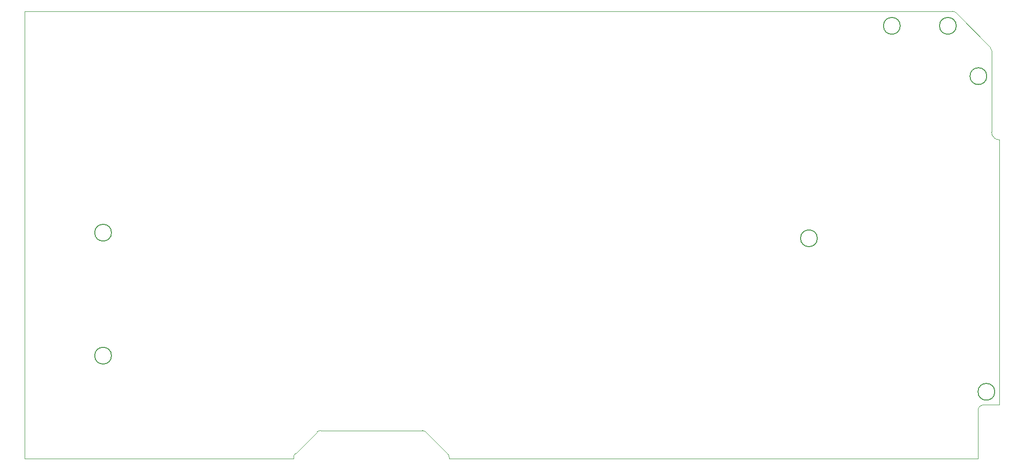
<source format=gbr>
%TF.GenerationSoftware,KiCad,Pcbnew,(7.0.0-0)*%
%TF.CreationDate,2023-11-15T12:47:25+03:00*%
%TF.ProjectId,keyb,6b657962-2e6b-4696-9361-645f70636258,rev?*%
%TF.SameCoordinates,Original*%
%TF.FileFunction,Profile,NP*%
%FSLAX46Y46*%
G04 Gerber Fmt 4.6, Leading zero omitted, Abs format (unit mm)*
G04 Created by KiCad (PCBNEW (7.0.0-0)) date 2023-11-15 12:47:25*
%MOMM*%
%LPD*%
G01*
G04 APERTURE LIST*
%TA.AperFunction,Profile*%
%ADD10C,0.100000*%
%TD*%
%TA.AperFunction,Profile*%
%ADD11C,0.200000*%
%TD*%
G04 APERTURE END LIST*
D10*
X212307107Y-72692893D02*
G75*
G03*
X211600000Y-72400000I-707107J-707107D01*
G01*
D11*
X187500000Y-113000000D02*
G75*
G03*
X187500000Y-113000000I-1500000J0D01*
G01*
D10*
X121799977Y-152248528D02*
G75*
G03*
X121400000Y-151448528I-999977J28D01*
G01*
X216200000Y-143800000D02*
X216200000Y-152400000D01*
D11*
X202300000Y-75000000D02*
G75*
G03*
X202300000Y-75000000I-1500000J0D01*
G01*
D10*
X46000000Y-152400000D02*
X46000000Y-72400000D01*
X121800000Y-152400000D02*
X216200000Y-152400000D01*
X220000000Y-142800000D02*
X217200000Y-142800000D01*
X220000000Y-95400000D02*
X220000000Y-142800000D01*
X218365685Y-78834315D02*
X212307107Y-72692893D01*
X117599996Y-147648528D02*
X121400000Y-151448528D01*
X98800000Y-147400000D02*
X116999996Y-147400000D01*
D11*
X217750000Y-84000000D02*
G75*
G03*
X217750000Y-84000000I-1500000J0D01*
G01*
X61500000Y-134000000D02*
G75*
G03*
X61500000Y-134000000I-1500000J0D01*
G01*
D10*
X94399987Y-151448510D02*
G75*
G03*
X94000000Y-152248528I600013J-799990D01*
G01*
X217200000Y-142800000D02*
G75*
G03*
X216200000Y-143800000I0J-1000000D01*
G01*
D11*
X219178000Y-140462000D02*
G75*
G03*
X219178000Y-140462000I-1500000J0D01*
G01*
X212300000Y-75000000D02*
G75*
G03*
X212300000Y-75000000I-1500000J0D01*
G01*
D10*
X117599992Y-147648532D02*
G75*
G03*
X116999996Y-147400000I-599992J-599968D01*
G01*
X94400000Y-151448528D02*
X98200000Y-147648528D01*
X218599999Y-79400000D02*
G75*
G03*
X218365685Y-78834315I-799999J0D01*
G01*
X94000000Y-152400000D02*
X94000000Y-152248528D01*
X121800000Y-152400000D02*
X121800000Y-152248528D01*
X218600000Y-94000000D02*
X218599999Y-79400000D01*
X46000000Y-72400000D02*
X211600000Y-72400000D01*
D11*
X61500000Y-112000000D02*
G75*
G03*
X61500000Y-112000000I-1500000J0D01*
G01*
D10*
X46000000Y-152400000D02*
X94000000Y-152400000D01*
X218600000Y-94000000D02*
G75*
G03*
X220000000Y-95400000I1400000J0D01*
G01*
X98800000Y-147399992D02*
G75*
G03*
X98200000Y-147648528I0J-848508D01*
G01*
M02*

</source>
